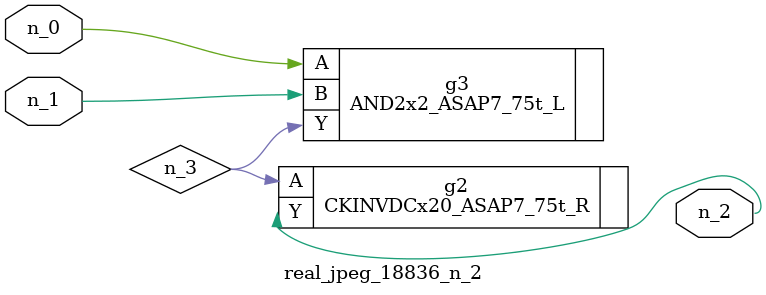
<source format=v>
module real_jpeg_18836_n_2 (n_1, n_0, n_2);

input n_1;
input n_0;

output n_2;

wire n_3;

AND2x2_ASAP7_75t_L g3 ( 
.A(n_0),
.B(n_1),
.Y(n_3)
);

CKINVDCx20_ASAP7_75t_R g2 ( 
.A(n_3),
.Y(n_2)
);


endmodule
</source>
